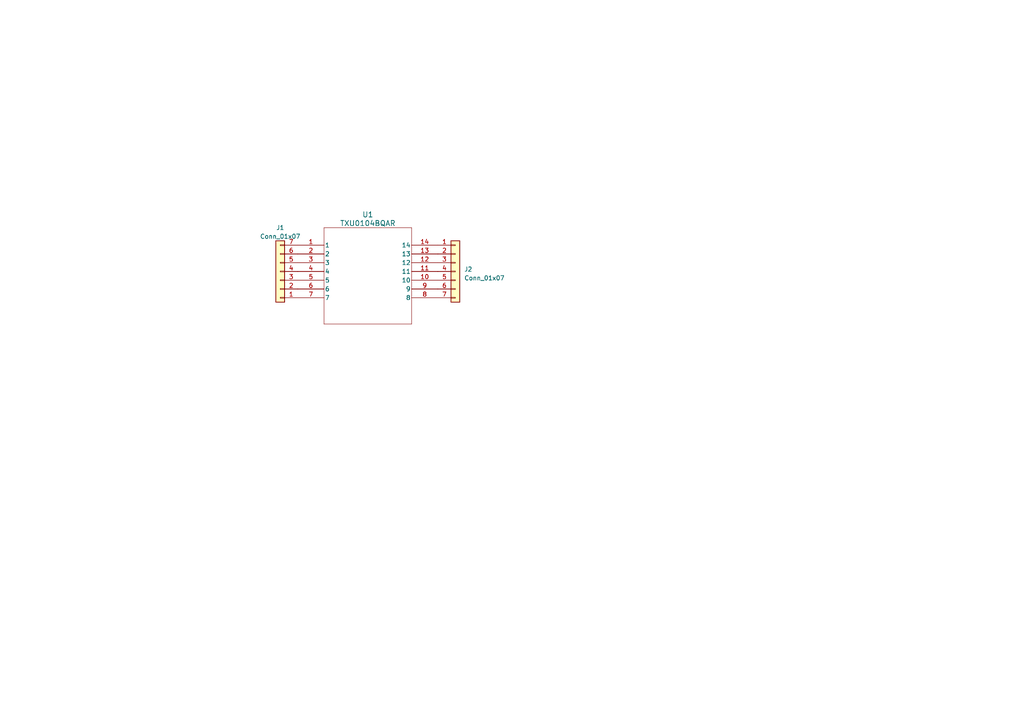
<source format=kicad_sch>
(kicad_sch (version 20230121) (generator eeschema)
  (paper "A4")
  (lib_symbols
    (symbol "Connector_Generic:Conn_01x07" (pin_names (offset 1.016) hide)
      (property "Reference" "J" (at 0 10.16 0))
      (property "Value" "Conn_01x07" (at 0 -10.16 0))
      (symbol "Conn_01x07_1_1"
        (rectangle (start -1.27 -7.493) (end 0 -7.747) (stroke (width 0.1524)))
        (rectangle (start -1.27 -4.953) (end 0 -5.207) (stroke (width 0.1524)))
        (rectangle (start -1.27 -2.413) (end 0 -2.667) (stroke (width 0.1524)))
        (rectangle (start -1.27 0.127) (end 0 -0.127) (stroke (width 0.1524)))
        (rectangle (start -1.27 2.667) (end 0 2.413) (stroke (width 0.1524)))
        (rectangle (start -1.27 5.207) (end 0 4.953) (stroke (width 0.1524)))
        (rectangle (start -1.27 7.747) (end 0 7.493) (stroke (width 0.1524)))
        (rectangle (start -1.27 8.89) (end 1.27 -8.89) (stroke (width 0.254)) (fill (type background)))
        (pin passive line (at -5.08 7.62 0) (length 3.81) (name "Pin_1") (number "1"))
        (pin passive line (at -5.08 5.08 0) (length 3.81) (name "Pin_2") (number "2"))
        (pin passive line (at -5.08 2.54 0) (length 3.81) (name "Pin_3") (number "3"))
        (pin passive line (at -5.08 0 0) (length 3.81) (name "Pin_4") (number "4"))
        (pin passive line (at -5.08 -2.54 0) (length 3.81) (name "Pin_5") (number "5"))
        (pin passive line (at -5.08 -5.08 0) (length 3.81) (name "Pin_6") (number "6"))
        (pin passive line (at -5.08 -7.62 0) (length 3.81) (name "Pin_7") (number "7"))
      )
    )
    (symbol "TXU0104BQAR:TXU0104BQAR" (pin_names (offset 0.254))
      (property "Reference" "U6" (at 20.32 8.89 0))
      (property "Value" "TXU0104BQAR" (at 20.32 6.35 0))
      (symbol "TXU0104BQAR_0_1"
        (polyline (pts (xy 7.62 -22.86) (xy 33.02 -22.86)) (stroke (width 0.127)))
        (polyline (pts (xy 7.62 5.08) (xy 7.62 -22.86)) (stroke (width 0.127)))
        (polyline (pts (xy 33.02 -22.86) (xy 33.02 5.08)) (stroke (width 0.127)))
        (polyline (pts (xy 33.02 5.08) (xy 7.62 5.08)) (stroke (width 0.127)))
        (pin unspecified line (at 0 0 0) (length 7.62) (name "1") (number "1"))
        (pin unspecified line (at 40.64 -10.16 180) (length 7.62) (name "10") (number "10"))
        (pin unspecified line (at 40.64 -7.62 180) (length 7.62) (name "11") (number "11"))
        (pin unspecified line (at 40.64 -5.08 180) (length 7.62) (name "12") (number "12"))
        (pin unspecified line (at 40.64 -2.54 180) (length 7.62) (name "13") (number "13"))
        (pin unspecified line (at 40.64 0 180) (length 7.62) (name "14") (number "14"))
        (pin unspecified line (at 0 -2.54 0) (length 7.62) (name "2") (number "2"))
        (pin unspecified line (at 0 -5.08 0) (length 7.62) (name "3") (number "3"))
        (pin unspecified line (at 0 -7.62 0) (length 7.62) (name "4") (number "4"))
        (pin unspecified line (at 0 -10.16 0) (length 7.62) (name "5") (number "5"))
        (pin unspecified line (at 0 -12.7 0) (length 7.62) (name "6") (number "6"))
        (pin unspecified line (at 0 -15.24 0) (length 7.62) (name "7") (number "7"))
        (pin unspecified line (at 40.64 -15.24 180) (length 7.62) (name "8") (number "8"))
        (pin unspecified line (at 40.64 -12.7 180) (length 7.62) (name "9") (number "9"))
      )
    )
  )
  (symbol (lib_id "Connector_Generic:Conn_01x07") (at 81.28 78.74 180) (unit 1)
    (property "Reference" "J1" (at 81.28 66.04 0))
    (property "Value" "Conn_01x07" (at 81.28 68.58 0))
    (property "Footprint" "Connector_PinHeader_2.54mm:PinHeader_1x07_P2.54mm_Vertical" (effects hide))
  )
  (symbol (lib_id "Connector_Generic:Conn_01x07") (at 132.08 78.74 0) (unit 1)
    (property "Reference" "J2" (at 134.62 78.105 0) (effects (justify left)))
    (property "Value" "Conn_01x07" (at 134.62 80.645 0) (effects (justify left)))
    (property "Footprint" "Connector_PinHeader_2.54mm:PinHeader_1x07_P2.54mm_Vertical" (effects hide))
  )
  (symbol (lib_id "TXU0104BQAR:TXU0104BQAR") (at 86.36 71.12 0) (unit 1)
    (property "Reference" "U1" (at 106.68 62.23 0) (effects (font (size 1.524 1.524))))
    (property "Value" "TXU0104BQAR" (at 106.68 64.77 0) (effects (font (size 1.524 1.524))))
    (property "Footprint" "Package_SO:HTSSOP-14-1EP_4.4x5mm_P0.65mm_EP3.4x5mm_Mask3x3.1mm" (effects hide))
    (property "Datasheet" "TXU0104BQAR" (effects hide))
  )
)
</source>
